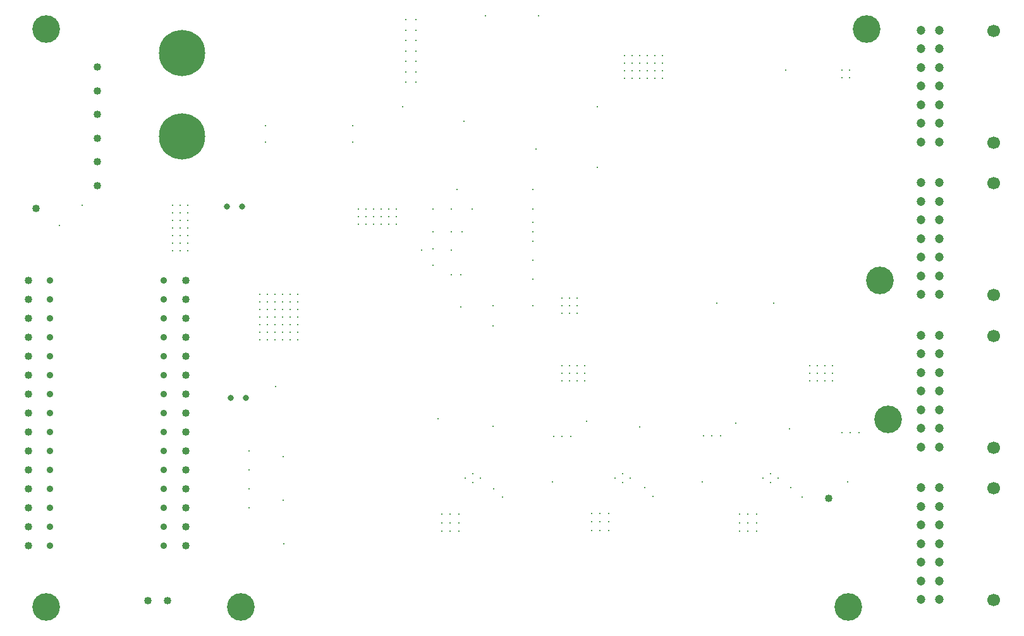
<source format=gbr>
%TF.GenerationSoftware,Altium Limited,Altium Designer,23.2.1 (34)*%
G04 Layer_Color=0*
%FSLAX45Y45*%
%MOMM*%
%TF.SameCoordinates,BB813F71-6509-4A9A-A67D-B2EC92C530A4*%
%TF.FilePolarity,Positive*%
%TF.FileFunction,Plated,1,6,PTH,Drill*%
%TF.Part,Single*%
G01*
G75*
%TA.AperFunction,ComponentDrill*%
%ADD140C,0.90000*%
%ADD141C,3.70000*%
%ADD142C,0.80000*%
%ADD143C,1.70000*%
%ADD144C,1.20000*%
%ADD145C,1.02000*%
%ADD146C,0.20320*%
%ADD147C,6.20000*%
%ADD148C,1.01600*%
%TA.AperFunction,ViaDrill,NotFilled*%
%ADD149C,0.25400*%
D140*
X8432800Y10160000D02*
D03*
Y9906000D02*
D03*
Y9652000D02*
D03*
Y9398000D02*
D03*
Y9144000D02*
D03*
Y8890000D02*
D03*
Y8636000D02*
D03*
Y8382000D02*
D03*
Y8128000D02*
D03*
Y7874000D02*
D03*
Y7620000D02*
D03*
Y7366000D02*
D03*
Y7112000D02*
D03*
Y6858000D02*
D03*
Y6604000D02*
D03*
X6908800D02*
D03*
Y6858000D02*
D03*
Y7112000D02*
D03*
Y7366000D02*
D03*
Y7620000D02*
D03*
Y7874000D02*
D03*
Y8128000D02*
D03*
Y8382000D02*
D03*
Y8636000D02*
D03*
Y8890000D02*
D03*
Y9144000D02*
D03*
Y9398000D02*
D03*
Y9652000D02*
D03*
Y9906000D02*
D03*
Y10160000D02*
D03*
D141*
X18135600Y8293100D02*
D03*
X6858000Y13525500D02*
D03*
Y5778500D02*
D03*
X17843500Y13525500D02*
D03*
X17602200Y5778500D02*
D03*
X18021300Y10160000D02*
D03*
X9461500Y5778500D02*
D03*
D142*
X9479900Y11151400D02*
D03*
X9279900D02*
D03*
X9529900Y8581400D02*
D03*
X9329900D02*
D03*
D143*
X19545300Y7370249D02*
D03*
Y5872749D02*
D03*
Y11459647D02*
D03*
Y9962149D02*
D03*
Y9414949D02*
D03*
Y7917449D02*
D03*
Y13504347D02*
D03*
Y12006849D02*
D03*
D144*
X18822800Y5877749D02*
D03*
Y6127749D02*
D03*
Y6377749D02*
D03*
Y6627749D02*
D03*
Y6877749D02*
D03*
Y7127749D02*
D03*
Y7377749D02*
D03*
X18572800Y5877749D02*
D03*
Y6127749D02*
D03*
Y6377749D02*
D03*
Y6627749D02*
D03*
Y6877749D02*
D03*
Y7127749D02*
D03*
Y7377749D02*
D03*
X18822803Y9967148D02*
D03*
Y10217150D02*
D03*
Y10467147D02*
D03*
Y10717149D02*
D03*
Y10967146D02*
D03*
Y11217148D02*
D03*
Y11467150D02*
D03*
X18572800Y9967148D02*
D03*
Y10217150D02*
D03*
Y10467147D02*
D03*
Y10717149D02*
D03*
Y10967146D02*
D03*
Y11217148D02*
D03*
Y11467150D02*
D03*
X18822800Y7922449D02*
D03*
Y8172449D02*
D03*
Y8422449D02*
D03*
Y8672449D02*
D03*
Y8922449D02*
D03*
Y9172449D02*
D03*
Y9422449D02*
D03*
X18572800Y7922449D02*
D03*
Y8172449D02*
D03*
Y8422449D02*
D03*
Y8672449D02*
D03*
Y8922449D02*
D03*
Y9172449D02*
D03*
Y9422449D02*
D03*
X18822803Y12011848D02*
D03*
Y12261850D02*
D03*
Y12511847D02*
D03*
Y12761849D02*
D03*
Y13011845D02*
D03*
Y13261848D02*
D03*
Y13511850D02*
D03*
X18572800Y12011848D02*
D03*
Y12261850D02*
D03*
Y12511847D02*
D03*
Y12761849D02*
D03*
Y13011845D02*
D03*
Y13261848D02*
D03*
Y13511850D02*
D03*
D145*
X6616700Y10160000D02*
D03*
Y9906000D02*
D03*
Y9652000D02*
D03*
Y9398000D02*
D03*
Y9144000D02*
D03*
Y8890000D02*
D03*
Y8636000D02*
D03*
Y8382000D02*
D03*
Y8128000D02*
D03*
Y7874000D02*
D03*
Y7620000D02*
D03*
Y7366000D02*
D03*
Y7112000D02*
D03*
Y6858000D02*
D03*
Y6604000D02*
D03*
X8724900Y10160000D02*
D03*
Y9906000D02*
D03*
Y9652000D02*
D03*
Y9398000D02*
D03*
Y9144000D02*
D03*
Y8890000D02*
D03*
Y8636000D02*
D03*
Y8382000D02*
D03*
Y8128000D02*
D03*
Y7874000D02*
D03*
Y7620000D02*
D03*
Y7366000D02*
D03*
Y7112000D02*
D03*
Y6858000D02*
D03*
Y6604000D02*
D03*
D146*
X16660800Y7505700D02*
D03*
X16560800Y7565700D02*
D03*
Y7445700D02*
D03*
X16460800Y7505700D02*
D03*
X14679601D02*
D03*
X14579601Y7565700D02*
D03*
Y7445700D02*
D03*
X14479601Y7505700D02*
D03*
X12673000D02*
D03*
X12573000Y7565700D02*
D03*
Y7445700D02*
D03*
X12473000Y7505700D02*
D03*
D147*
X8674100Y12090400D02*
D03*
Y13208000D02*
D03*
D148*
X6725369Y11120947D02*
D03*
X7543800Y12382500D02*
D03*
Y12065000D02*
D03*
Y12700000D02*
D03*
Y11430000D02*
D03*
Y13017500D02*
D03*
Y11747500D02*
D03*
X17335500Y7239000D02*
D03*
X8216900Y5867400D02*
D03*
X8483600D02*
D03*
D149*
X12357100Y11379200D02*
D03*
X11886097Y10565668D02*
D03*
X12280900Y10566400D02*
D03*
X16979900Y7251700D02*
D03*
X13639799Y7457915D02*
D03*
X15646400D02*
D03*
X17590826D02*
D03*
X13373100Y9817100D02*
D03*
X10033000Y7797800D02*
D03*
X9575800Y7112000D02*
D03*
Y7874000D02*
D03*
Y7366000D02*
D03*
Y7620000D02*
D03*
X10039660Y6629400D02*
D03*
X9931400Y8737600D02*
D03*
X10033000Y7213600D02*
D03*
X13373100Y10934700D02*
D03*
Y11112500D02*
D03*
Y11379200D02*
D03*
X12560300Y11112500D02*
D03*
X12738100Y13702029D02*
D03*
X13449300D02*
D03*
X12452350Y12288520D02*
D03*
X15836900Y9853930D02*
D03*
X16598900D02*
D03*
X13766800Y9918700D02*
D03*
X13868401D02*
D03*
X13970000D02*
D03*
Y9817100D02*
D03*
X13868401D02*
D03*
X13766800D02*
D03*
Y9715500D02*
D03*
X13970000D02*
D03*
X13868401D02*
D03*
X12280900Y11112500D02*
D03*
X12839700Y9817100D02*
D03*
X13373100Y10426700D02*
D03*
Y10680700D02*
D03*
Y10807700D02*
D03*
X14236700Y12484100D02*
D03*
X9791700Y12230100D02*
D03*
X10960100D02*
D03*
X11633200Y12484100D02*
D03*
X12424410Y10807700D02*
D03*
X12280900D02*
D03*
X12039600Y10579100D02*
D03*
Y10807700D02*
D03*
X12839700Y9550400D02*
D03*
X12407900Y9804400D02*
D03*
Y10236200D02*
D03*
X12039600Y10363200D02*
D03*
X12280900Y10236200D02*
D03*
X13373100Y10172700D02*
D03*
X12039600Y11112500D02*
D03*
X9791700Y12007850D02*
D03*
X10963201D02*
D03*
X13417551Y11918950D02*
D03*
X13868401Y8813800D02*
D03*
X13970000D02*
D03*
X14236700Y11671300D02*
D03*
X17284700Y9017000D02*
D03*
X17183099D02*
D03*
X9715500Y9359900D02*
D03*
X7035800Y10896600D02*
D03*
X7340600Y11163300D02*
D03*
X17513300Y8115300D02*
D03*
X17183099Y8813800D02*
D03*
X17081500D02*
D03*
X17284700D02*
D03*
X17183099Y8915400D02*
D03*
X17284700D02*
D03*
X17081500D02*
D03*
Y9017000D02*
D03*
X17386301Y8813800D02*
D03*
Y9017000D02*
D03*
Y8915400D02*
D03*
X17513300Y12979401D02*
D03*
X17614900D02*
D03*
Y12877800D02*
D03*
X17513300D02*
D03*
X16370300Y6908800D02*
D03*
X11442700Y11010900D02*
D03*
Y10909300D02*
D03*
Y11112500D02*
D03*
X11341100D02*
D03*
Y10909300D02*
D03*
Y11010900D02*
D03*
X11544300Y10909300D02*
D03*
Y11010900D02*
D03*
Y11112500D02*
D03*
X11137900Y11010900D02*
D03*
Y10909300D02*
D03*
Y11112500D02*
D03*
X11036300D02*
D03*
Y10909300D02*
D03*
Y11010900D02*
D03*
X11239500Y10909300D02*
D03*
Y11010900D02*
D03*
Y11112500D02*
D03*
X8750300Y10553700D02*
D03*
Y10655300D02*
D03*
Y10756900D02*
D03*
Y11163300D02*
D03*
Y11061700D02*
D03*
Y10960100D02*
D03*
Y10858500D02*
D03*
X8547100Y11061700D02*
D03*
Y10655300D02*
D03*
Y10858500D02*
D03*
Y10960100D02*
D03*
Y11163300D02*
D03*
Y10756900D02*
D03*
Y10553700D02*
D03*
X8648700Y10858500D02*
D03*
Y10960100D02*
D03*
Y11061700D02*
D03*
Y11163300D02*
D03*
Y10756900D02*
D03*
Y10655300D02*
D03*
Y10553700D02*
D03*
X9817100Y9359900D02*
D03*
X10223500D02*
D03*
X10020300D02*
D03*
X9817100Y9969500D02*
D03*
X10020300Y9461500D02*
D03*
Y9563100D02*
D03*
X10223500Y9461500D02*
D03*
Y9563100D02*
D03*
X9817100Y9461500D02*
D03*
Y9563100D02*
D03*
X10223500Y9969500D02*
D03*
Y9867900D02*
D03*
Y9766300D02*
D03*
Y9664700D02*
D03*
X10020300Y9867900D02*
D03*
Y9766300D02*
D03*
Y9664700D02*
D03*
Y9969500D02*
D03*
X9817100Y9867900D02*
D03*
Y9766300D02*
D03*
Y9664700D02*
D03*
X10121900Y9359900D02*
D03*
X9918700Y9766300D02*
D03*
Y9664700D02*
D03*
X10121900Y9563100D02*
D03*
Y9969500D02*
D03*
Y9766300D02*
D03*
Y9664700D02*
D03*
Y9461500D02*
D03*
Y9867900D02*
D03*
X9715500Y9664700D02*
D03*
Y9766300D02*
D03*
Y9563100D02*
D03*
Y9461500D02*
D03*
X9918700Y9969500D02*
D03*
X9715500D02*
D03*
X9918700Y9563100D02*
D03*
Y9359900D02*
D03*
Y9461500D02*
D03*
X9715500Y9867900D02*
D03*
X9918700D02*
D03*
X14071600Y8813800D02*
D03*
X13766800D02*
D03*
Y8915400D02*
D03*
X13868401D02*
D03*
X13970000D02*
D03*
X14071600D02*
D03*
Y9017000D02*
D03*
X13970000D02*
D03*
X13868401D02*
D03*
X13766800D02*
D03*
X14706599Y12865100D02*
D03*
X14605000D02*
D03*
X11671300Y12814301D02*
D03*
X12382500Y6794502D02*
D03*
X12153900D02*
D03*
Y6908802D02*
D03*
X14097000Y8267700D02*
D03*
X14808200Y8191500D02*
D03*
X14160500Y7035800D02*
D03*
X14274800Y6921500D02*
D03*
X14389101Y7035800D02*
D03*
X14274800D02*
D03*
Y6807200D02*
D03*
X14160500Y6921500D02*
D03*
Y6807200D02*
D03*
X14389101D02*
D03*
Y6921500D02*
D03*
X15887700Y8077500D02*
D03*
X15659100D02*
D03*
X15773399D02*
D03*
X14986000Y7264400D02*
D03*
X14871700Y7378700D02*
D03*
X16141701Y7023100D02*
D03*
X16256000D02*
D03*
X16370300D02*
D03*
X16256000Y6908800D02*
D03*
X16141701D02*
D03*
Y6794500D02*
D03*
X16256000D02*
D03*
X16370300D02*
D03*
X12153900Y7023102D02*
D03*
X12268200D02*
D03*
X12382500D02*
D03*
Y6908802D02*
D03*
X12268200D02*
D03*
Y6794502D02*
D03*
X14605000Y13169901D02*
D03*
X14706599D02*
D03*
Y12966701D02*
D03*
Y13068300D02*
D03*
X14605000Y12966701D02*
D03*
Y13068300D02*
D03*
X15011400Y12966701D02*
D03*
X15113000D02*
D03*
X14808200Y13169901D02*
D03*
X15113000Y12865100D02*
D03*
X15011400D02*
D03*
X14909801D02*
D03*
X14808200D02*
D03*
X14909801Y13169901D02*
D03*
X15113000D02*
D03*
X15011400Y13068300D02*
D03*
X14909801Y12966701D02*
D03*
X15011400Y13169901D02*
D03*
X14808200Y13068300D02*
D03*
Y12966701D02*
D03*
X14909801Y13068300D02*
D03*
X15113000D02*
D03*
X16764000Y12979401D02*
D03*
X13881100Y8064499D02*
D03*
X13652499D02*
D03*
X13766800D02*
D03*
X17741901Y8115300D02*
D03*
X17627600D02*
D03*
X11671300Y13373100D02*
D03*
Y13093700D02*
D03*
Y13233400D02*
D03*
Y13512801D02*
D03*
Y13652499D02*
D03*
Y12953999D02*
D03*
X11811000Y12814301D02*
D03*
Y12953999D02*
D03*
Y13652499D02*
D03*
Y13512801D02*
D03*
Y13373100D02*
D03*
Y13233400D02*
D03*
Y13093700D02*
D03*
X12852400Y7366000D02*
D03*
X12839700Y8204200D02*
D03*
X12966701Y7251700D02*
D03*
X12103100Y8305800D02*
D03*
X16827499Y7378700D02*
D03*
X16090900Y8242300D02*
D03*
X16814799Y8166100D02*
D03*
%TF.MD5,aae6b177c0520dc6649e7113dbb1ece3*%
M02*

</source>
